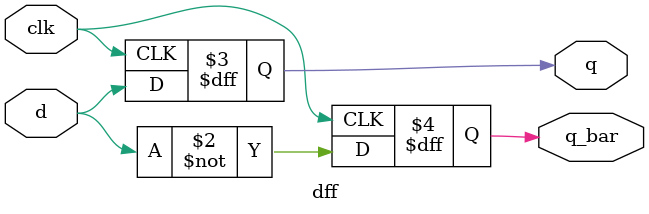
<source format=sv>
module top_module (
    input clk,
    input x,
    output z
);

    wire q1, q2, q3;
    wire q1_bar, q2_bar, q3_bar;

    // D flip-flops
    dff d1 (.clk(clk), .d(q1), .q(q1), .q_bar(q1_bar));
    dff d2 (.clk(clk), .d(q2), .q(q2), .q_bar(q2_bar));
    dff d3 (.clk(clk), .d(q3), .q(q3), .q_bar(q3_bar));

    // Gates
    assign q1 = x ^ q1;
    assign q2 = x & q2_bar;
    assign q3 = x | q3_bar;

    // Output
    assign z = ~(q1 ^ q2 ^ q3);

endmodule
module dff (
    input clk,
    input d,
    output reg q,
    output reg q_bar
);

    always @(posedge clk) begin
        q <= d;
        q_bar <= ~d;
    end

endmodule

</source>
